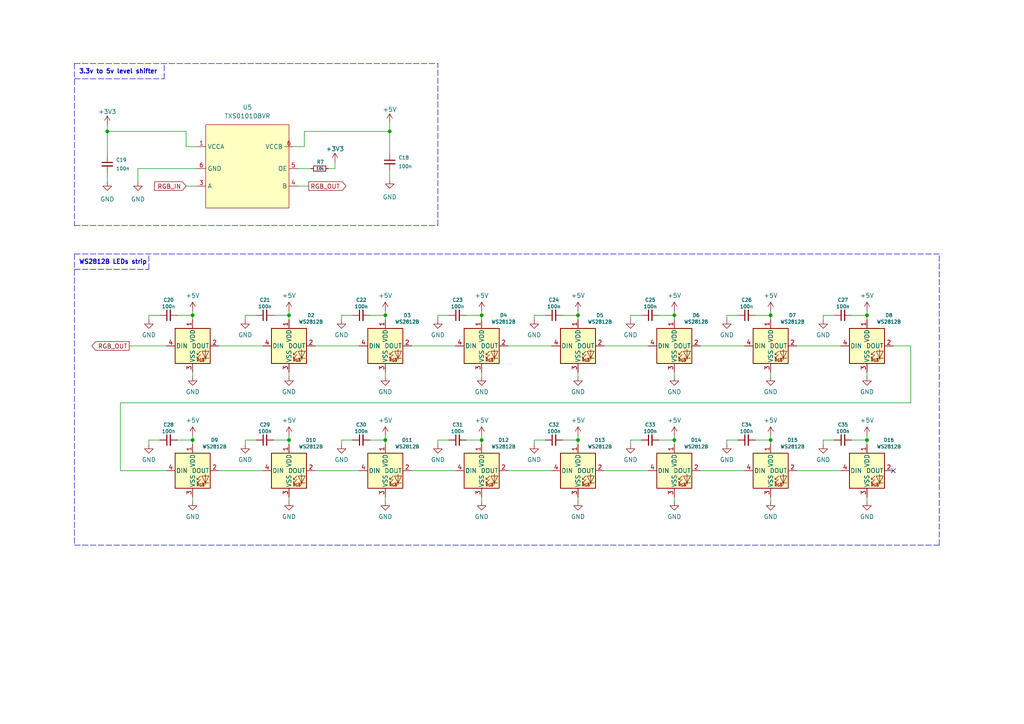
<source format=kicad_sch>
(kicad_sch (version 20211123) (generator eeschema)
  (paper "A4")
  (title_block (title "Phoenix Project No 1 - Type H") (date "2023-05-07") (rev "2") (comment 1 "Designed with love by Rico"))
  (lib_symbols
    (symbol "Device:C_Small" (pin_numbers hide) (pin_names (offset 0.254) hide)
      (property "Reference" "C" (at 0.254 1.778 0))
      (property "Value" "C_Small" (at 0.254 -2.032 0))
      (symbol "C_Small_0_1"
        (polyline (pts (xy -1.524 -0.508) (xy 1.524 -0.508)) (stroke (width 0.3302)))
        (polyline (pts (xy -1.524 0.508) (xy 1.524 0.508)) (stroke (width 0.3048)))
      )
      (symbol "C_Small_1_1"
        (pin passive line (at 0 2.54 270) (length 2.032) (name "~") (number "1"))
        (pin passive line (at 0 -2.54 90) (length 2.032) (name "~") (number "2"))
      )
    )
    (symbol "Device:R_Small" (pin_numbers hide) (pin_names (offset 0.254) hide)
      (property "Reference" "R" (at 0.762 0.508 0))
      (property "Value" "R_Small" (at 0.762 -1.016 0))
      (symbol "R_Small_0_1"
        (rectangle (start -0.762 1.778) (end 0.762 -1.778) (stroke (width 0.2032)))
      )
      (symbol "R_Small_1_1"
        (pin passive line (at 0 2.54 270) (length 0.762) (name "~") (number "1"))
        (pin passive line (at 0 -2.54 90) (length 0.762) (name "~") (number "2"))
      )
    )
    (symbol "LED:WS2812B" (pin_names (offset 0.254))
      (property "Reference" "D" (at 5.08 5.715 0))
      (property "Value" "WS2812B" (at 1.27 -5.715 0))
      (symbol "WS2812B_0_0"
        (text "RGB" (at 2.286 -4.191 0) (effects (font (size 0.762 0.762))))
      )
      (symbol "WS2812B_0_1"
        (polyline (pts (xy 1.27 -3.556) (xy 1.778 -3.556)))
        (polyline (pts (xy 1.27 -2.54) (xy 1.778 -2.54)))
        (polyline (pts (xy 4.699 -3.556) (xy 2.667 -3.556)))
        (polyline (pts (xy 2.286 -2.54) (xy 1.27 -3.556) (xy 1.27 -3.048)))
        (polyline (pts (xy 2.286 -1.524) (xy 1.27 -2.54) (xy 1.27 -2.032)))
        (polyline (pts (xy 3.683 -1.016) (xy 3.683 -3.556) (xy 3.683 -4.064)))
        (polyline (pts (xy 4.699 -1.524) (xy 2.667 -1.524) (xy 3.683 -3.556) (xy 4.699 -1.524)))
        (rectangle (start 5.08 5.08) (end -5.08 -5.08) (stroke (width 0.254)) (fill (type background)))
      )
      (symbol "WS2812B_1_1"
        (pin power_in line (at 0 7.62 270) (length 2.54) (name "VDD") (number "1"))
        (pin output line (at 7.62 0 180) (length 2.54) (name "DOUT") (number "2"))
        (pin power_in line (at 0 -7.62 90) (length 2.54) (name "VSS") (number "3"))
        (pin input line (at -7.62 0 0) (length 2.54) (name "DIN") (number "4"))
      )
    )
    (symbol "mymakercorner:TXS0101DBVR"
      (property "Reference" "U" (at 0 1.27 0))
      (property "Value" "TXS0101DBVR" (at 0 -1.27 0))
      (symbol "TXS0101DBVR_0_1"
        (rectangle (start -12.7 12.7) (end 11.43 -11.43) (fill (type background)))
      )
      (symbol "TXS0101DBVR_1_1"
        (pin power_in line (at -15.24 6.35 0) (length 2.54) (name "VCCA") (number "1"))
        (pin input line (at -15.24 -5.08 0) (length 2.54) (name "A") (number "3"))
        (pin output line (at 13.97 -5.08 180) (length 2.54) (name "B") (number "4"))
        (pin input line (at 13.97 0 180) (length 2.54) (name "OE") (number "5"))
        (pin power_in line (at -15.24 0 0) (length 2.54) (name "GND") (number "6"))
        (pin power_in line (at 12.7 6.35 180) (length 2.54) (name "VCCB") (number "6"))
      )
    )
    (symbol "power:+3V3" (power) (pin_names (offset 0))
      (property "Value" "+3V3" (at 0 3.556 0))
      (symbol "+3V3_0_1"
        (polyline (pts (xy -0.762 1.27) (xy 0 2.54)))
        (polyline (pts (xy 0 0) (xy 0 2.54)))
        (polyline (pts (xy 0 2.54) (xy 0.762 1.27)))
      )
      (symbol "+3V3_1_1"
        (pin power_in line (at 0 0 90) (length 0) hide (name "+3V3") (number "1"))
      )
    )
    (symbol "power:+5V" (power) (pin_names (offset 0))
      (property "Value" "+5V" (at 0 3.556 0))
      (symbol "+5V_0_1"
        (polyline (pts (xy -0.762 1.27) (xy 0 2.54)))
        (polyline (pts (xy 0 0) (xy 0 2.54)))
        (polyline (pts (xy 0 2.54) (xy 0.762 1.27)))
      )
      (symbol "+5V_1_1"
        (pin power_in line (at 0 0 90) (length 0) hide (name "+5V") (number "1"))
      )
    )
    (symbol "power:GND" (power) (pin_names (offset 0))
      (property "Value" "GND" (at 0 -3.81 0))
      (symbol "GND_0_1"
        (polyline (pts (xy 0 0) (xy 0 -1.27) (xy 1.27 -1.27) (xy 0 -2.54) (xy -1.27 -1.27) (xy 0 -1.27)))
      )
      (symbol "GND_1_1"
        (pin power_in line (at 0 0 270) (length 0) hide (name "GND") (number "1"))
      )
    )
  )
  (junction (at 111.76 91.44))
  (junction (at 139.7 127.635))
  (junction (at 113.03 38.1))
  (junction (at 195.58 91.44))
  (junction (at 195.58 127.635))
  (junction (at 251.46 127.635))
  (junction (at 223.52 127.635))
  (junction (at 223.52 91.44))
  (junction (at 55.88 91.44))
  (junction (at 139.7 91.44))
  (junction (at 251.46 91.44))
  (junction (at 83.82 91.44))
  (junction (at 31.115 38.1))
  (junction (at 83.82 127.635))
  (junction (at 111.76 127.635))
  (junction (at 55.88 127.635))
  (junction (at 167.64 127.635))
  (junction (at 167.64 91.44))
  (no_connect (at 259.08 136.525))
  (wire (pts (xy 219.075 127.635) (xy 223.52 127.635)))
  (wire (pts (xy 99.06 91.44) (xy 102.235 91.44)))
  (wire (pts (xy 51.435 127.635) (xy 55.88 127.635)))
  (wire (pts (xy 251.46 91.44) (xy 251.46 92.71)))
  (wire (pts (xy 63.5 100.33) (xy 76.2 100.33)))
  (wire (pts (xy 251.46 144.145) (xy 251.46 145.415)))
  (wire (pts (xy 182.88 91.44) (xy 186.055 91.44)))
  (wire (pts (xy 238.76 91.44) (xy 241.935 91.44)))
  (wire (pts (xy 99.06 127.635) (xy 102.235 127.635)))
  (wire (pts (xy 167.64 144.145) (xy 167.64 145.415)))
  (wire (pts (xy 195.58 127.635) (xy 195.58 128.905)))
  (wire (pts (xy 55.88 90.17) (xy 55.88 91.44)))
  (wire (pts (xy 83.82 90.17) (xy 83.82 91.44)))
  (wire (pts (xy 139.7 91.44) (xy 139.7 92.71)))
  (wire (pts (xy 97.155 48.895) (xy 95.25 48.895)))
  (wire (pts (xy 113.03 38.1) (xy 113.03 44.45)))
  (wire (pts (xy 53.975 38.1) (xy 31.115 38.1)))
  (wire (pts (xy 191.135 127.635) (xy 195.58 127.635)))
  (wire (pts (xy 83.82 107.95) (xy 83.82 109.22)))
  (wire (pts (xy 139.7 126.365) (xy 139.7 127.635)))
  (polyline (pts (xy 21.59 65.405) (xy 127 65.405)))
  (wire (pts (xy 57.15 48.895) (xy 40.005 48.895)))
  (wire (pts (xy 83.82 91.44) (xy 83.82 92.71)))
  (wire (pts (xy 182.88 91.44) (xy 182.88 92.71)))
  (wire (pts (xy 107.315 127.635) (xy 111.76 127.635)))
  (wire (pts (xy 154.94 91.44) (xy 158.115 91.44)))
  (wire (pts (xy 163.195 91.44) (xy 167.64 91.44)))
  (wire (pts (xy 238.76 127.635) (xy 241.935 127.635)))
  (wire (pts (xy 71.12 127.635) (xy 71.12 128.905)))
  (wire (pts (xy 55.88 91.44) (xy 55.88 92.71)))
  (wire (pts (xy 223.52 91.44) (xy 223.52 92.71)))
  (wire (pts (xy 43.18 127.635) (xy 43.18 128.905)))
  (wire (pts (xy 182.88 127.635) (xy 182.88 128.905)))
  (wire (pts (xy 55.88 127.635) (xy 55.88 128.905)))
  (wire (pts (xy 119.38 136.525) (xy 132.08 136.525)))
  (wire (pts (xy 119.38 100.33) (xy 132.08 100.33)))
  (polyline (pts (xy 21.59 158.115) (xy 272.415 158.115)))
  (wire (pts (xy 53.975 42.545) (xy 53.975 38.1)))
  (polyline (pts (xy 21.59 18.415) (xy 127 18.415)))
  (wire (pts (xy 175.26 136.525) (xy 187.96 136.525)))
  (wire (pts (xy 85.09 42.545) (xy 88.265 42.545)))
  (wire (pts (xy 31.115 36.195) (xy 31.115 38.1)))
  (wire (pts (xy 83.82 127.635) (xy 83.82 128.905)))
  (wire (pts (xy 139.7 107.95) (xy 139.7 109.22)))
  (wire (pts (xy 55.88 126.365) (xy 55.88 127.635)))
  (wire (pts (xy 40.005 48.895) (xy 40.005 52.705)))
  (wire (pts (xy 251.46 90.17) (xy 251.46 91.44)))
  (wire (pts (xy 264.16 116.84) (xy 34.925 116.84)))
  (wire (pts (xy 219.075 91.44) (xy 223.52 91.44)))
  (wire (pts (xy 55.88 144.145) (xy 55.88 145.415)))
  (wire (pts (xy 51.435 91.44) (xy 55.88 91.44)))
  (polyline (pts (xy 43.18 78.105) (xy 43.18 73.66)))
  (wire (pts (xy 53.975 53.975) (xy 57.15 53.975)))
  (wire (pts (xy 71.12 127.635) (xy 74.295 127.635)))
  (wire (pts (xy 238.76 127.635) (xy 238.76 128.905)))
  (wire (pts (xy 223.52 127.635) (xy 223.52 128.905)))
  (wire (pts (xy 86.36 48.895) (xy 90.17 48.895)))
  (wire (pts (xy 107.315 91.44) (xy 111.76 91.44)))
  (wire (pts (xy 167.64 91.44) (xy 167.64 92.71)))
  (wire (pts (xy 135.255 91.44) (xy 139.7 91.44)))
  (wire (pts (xy 79.375 127.635) (xy 83.82 127.635)))
  (polyline (pts (xy 272.415 158.115) (xy 272.415 73.66)))
  (wire (pts (xy 139.7 144.145) (xy 139.7 145.415)))
  (wire (pts (xy 43.18 127.635) (xy 46.355 127.635)))
  (polyline (pts (xy 127 65.405) (xy 127 18.415)))
  (wire (pts (xy 223.52 107.95) (xy 223.52 109.22)))
  (wire (pts (xy 231.14 136.525) (xy 243.84 136.525)))
  (wire (pts (xy 223.52 126.365) (xy 223.52 127.635)))
  (wire (pts (xy 34.925 116.84) (xy 34.925 136.525)))
  (wire (pts (xy 210.82 127.635) (xy 213.995 127.635)))
  (polyline (pts (xy 47.625 22.86) (xy 47.625 18.415)))
  (wire (pts (xy 231.14 100.33) (xy 243.84 100.33)))
  (wire (pts (xy 139.7 90.17) (xy 139.7 91.44)))
  (wire (pts (xy 135.255 127.635) (xy 139.7 127.635)))
  (wire (pts (xy 83.82 144.145) (xy 83.82 145.415)))
  (wire (pts (xy 210.82 127.635) (xy 210.82 128.905)))
  (wire (pts (xy 251.46 126.365) (xy 251.46 127.635)))
  (wire (pts (xy 99.06 91.44) (xy 99.06 92.71)))
  (wire (pts (xy 223.52 144.145) (xy 223.52 145.415)))
  (wire (pts (xy 247.015 91.44) (xy 251.46 91.44)))
  (wire (pts (xy 111.76 127.635) (xy 111.76 128.905)))
  (wire (pts (xy 167.64 90.17) (xy 167.64 91.44)))
  (wire (pts (xy 195.58 91.44) (xy 195.58 92.71)))
  (wire (pts (xy 127 91.44) (xy 130.175 91.44)))
  (wire (pts (xy 111.76 144.145) (xy 111.76 145.415)))
  (wire (pts (xy 264.16 100.33) (xy 264.16 116.84)))
  (wire (pts (xy 154.94 127.635) (xy 154.94 128.905)))
  (wire (pts (xy 113.03 35.56) (xy 113.03 38.1)))
  (wire (pts (xy 37.465 100.33) (xy 48.26 100.33)))
  (wire (pts (xy 83.82 126.365) (xy 83.82 127.635)))
  (wire (pts (xy 147.32 100.33) (xy 160.02 100.33)))
  (wire (pts (xy 182.88 127.635) (xy 186.055 127.635)))
  (wire (pts (xy 223.52 90.17) (xy 223.52 91.44)))
  (wire (pts (xy 251.46 107.95) (xy 251.46 109.22)))
  (wire (pts (xy 111.76 91.44) (xy 111.76 92.71)))
  (wire (pts (xy 55.88 107.95) (xy 55.88 109.22)))
  (wire (pts (xy 127 91.44) (xy 127 92.71)))
  (wire (pts (xy 97.155 46.99) (xy 97.155 48.895)))
  (wire (pts (xy 147.32 136.525) (xy 160.02 136.525)))
  (wire (pts (xy 210.82 91.44) (xy 210.82 92.71)))
  (wire (pts (xy 91.44 100.33) (xy 104.14 100.33)))
  (wire (pts (xy 43.18 91.44) (xy 46.355 91.44)))
  (wire (pts (xy 259.08 100.33) (xy 264.16 100.33)))
  (wire (pts (xy 203.2 136.525) (xy 215.9 136.525)))
  (wire (pts (xy 111.76 107.95) (xy 111.76 109.22)))
  (polyline (pts (xy 21.59 18.415) (xy 21.59 65.405)))
  (wire (pts (xy 251.46 127.635) (xy 251.46 128.905)))
  (wire (pts (xy 71.12 91.44) (xy 71.12 92.71)))
  (wire (pts (xy 167.64 107.95) (xy 167.64 109.22)))
  (polyline (pts (xy 21.59 73.66) (xy 273.05 73.66)))
  (wire (pts (xy 163.195 127.635) (xy 167.64 127.635)))
  (wire (pts (xy 167.64 127.635) (xy 167.64 128.905)))
  (wire (pts (xy 31.115 38.1) (xy 31.115 45.085)))
  (wire (pts (xy 127 127.635) (xy 130.175 127.635)))
  (polyline (pts (xy 21.59 73.66) (xy 21.59 158.115)))
  (wire (pts (xy 79.375 91.44) (xy 83.82 91.44)))
  (wire (pts (xy 88.265 38.1) (xy 113.03 38.1)))
  (wire (pts (xy 86.36 53.975) (xy 89.535 53.975)))
  (wire (pts (xy 63.5 136.525) (xy 76.2 136.525)))
  (wire (pts (xy 191.135 91.44) (xy 195.58 91.44)))
  (wire (pts (xy 88.265 42.545) (xy 88.265 38.1)))
  (wire (pts (xy 71.12 91.44) (xy 74.295 91.44)))
  (wire (pts (xy 210.82 91.44) (xy 213.995 91.44)))
  (wire (pts (xy 113.03 49.53) (xy 113.03 52.07)))
  (polyline (pts (xy 21.59 78.105) (xy 43.18 78.105)))
  (wire (pts (xy 175.26 100.33) (xy 187.96 100.33)))
  (wire (pts (xy 154.94 91.44) (xy 154.94 92.71)))
  (wire (pts (xy 111.76 90.17) (xy 111.76 91.44)))
  (polyline (pts (xy 21.59 22.86) (xy 47.625 22.86)))
  (wire (pts (xy 195.58 107.95) (xy 195.58 109.22)))
  (wire (pts (xy 127 127.635) (xy 127 128.905)))
  (wire (pts (xy 195.58 90.17) (xy 195.58 91.44)))
  (wire (pts (xy 34.925 136.525) (xy 48.26 136.525)))
  (wire (pts (xy 167.64 126.365) (xy 167.64 127.635)))
  (wire (pts (xy 53.975 42.545) (xy 57.15 42.545)))
  (wire (pts (xy 238.76 91.44) (xy 238.76 92.71)))
  (wire (pts (xy 43.18 91.44) (xy 43.18 92.71)))
  (wire (pts (xy 203.2 100.33) (xy 215.9 100.33)))
  (wire (pts (xy 139.7 127.635) (xy 139.7 128.905)))
  (wire (pts (xy 111.76 126.365) (xy 111.76 127.635)))
  (wire (pts (xy 195.58 144.145) (xy 195.58 145.415)))
  (wire (pts (xy 247.015 127.635) (xy 251.46 127.635)))
  (wire (pts (xy 154.94 127.635) (xy 158.115 127.635)))
  (wire (pts (xy 99.06 127.635) (xy 99.06 128.905)))
  (wire (pts (xy 91.44 136.525) (xy 104.14 136.525)))
  (wire (pts (xy 31.115 50.165) (xy 31.115 52.705)))
  (wire (pts (xy 195.58 126.365) (xy 195.58 127.635)))
  (text "WS2812B LEDs strip" (at 22.86 76.835 0) (effects (font (size 1.27 1.27) (thickness 0.254) bold) (justify left bottom)))
  (text "3.3v to 5v level shifter" (at 22.86 21.59 0) (effects (font (size 1.27 1.27) (thickness 0.254) bold) (justify left bottom)))
  (global_label "RGB_OUT" (shape output) (at 37.465 100.33 180) (property "Intersheet References" "${INTERSHEET_REFS}" (effects hide)))
  (global_label "RGB_OUT" (shape output) (at 89.535 53.975 0) (property "Intersheet References" "${INTERSHEET_REFS}" (effects hide)))
  (global_label "RGB_IN" (shape input) (at 53.975 53.975 180) (property "Intersheet References" "${INTERSHEET_REFS}" (effects hide)))
  (symbol (lib_id "Device:C_Small") (at 104.775 91.44 90) (unit 1)
    (property "Reference" "C22" (at 104.775 86.995 90) (effects (font (size 1 1))))
    (property "Value" "100n" (at 104.7813 88.9 90) (effects (font (size 1 1))))
    (property "Footprint" "mymakercorner:C_402" (effects hide))
    (property "LCSC" "C1525" (effects hide))
  )
  (symbol (lib_id "Device:C_Small") (at 244.475 127.635 90) (unit 1)
    (property "Reference" "C35" (at 244.475 123.19 90) (effects (font (size 1 1))))
    (property "Value" "100n" (at 244.4813 125.095 90) (effects (font (size 1 1))))
    (property "Footprint" "mymakercorner:C_402" (effects hide))
    (property "LCSC" "C1525" (effects hide))
  )
  (symbol (lib_id "power:GND") (at 40.005 52.705 0) (unit 1)
    (property "Reference" "#PWR039" (effects hide))
    (property "Value" "GND" (at 40.005 57.785 0))
  )
  (symbol (lib_id "power:GND") (at 83.82 109.22 0) (unit 1)
    (property "Reference" "#PWR057" (effects hide))
    (property "Value" "GND" (at 83.82 113.665 0))
  )
  (symbol (lib_id "Device:C_Small") (at 76.835 127.635 90) (unit 1)
    (property "Reference" "C29" (at 76.835 123.19 90) (effects (font (size 1 1))))
    (property "Value" "100n" (at 76.8413 125.095 90) (effects (font (size 1 1))))
    (property "Footprint" "mymakercorner:C_402" (effects hide))
    (property "LCSC" "C1525" (effects hide))
  )
  (symbol (lib_id "LED:WS2812B") (at 223.52 100.33 0) (unit 1)
    (property "Reference" "D7" (at 229.87 91.44 0) (effects (font (size 1 1))))
    (property "Value" "WS2812B" (at 229.87 93.345 0) (effects (font (size 1 1))))
    (property "Footprint" "mymakercorner:WS6812_Mini" (effects hide))
    (property "Datasheet" "https://cdn-shop.adafruit.com/datasheets/WS2812B.pdf" (effects hide))
    (property "LCSC" "C527089" (effects hide))
  )
  (symbol (lib_id "power:GND") (at 111.76 109.22 0) (unit 1)
    (property "Reference" "#PWR058" (effects hide))
    (property "Value" "GND" (at 111.76 113.665 0))
  )
  (symbol (lib_id "power:GND") (at 71.12 128.905 0) (unit 1)
    (property "Reference" "#PWR073" (effects hide))
    (property "Value" "GND" (at 71.12 133.35 0))
  )
  (symbol (lib_id "power:+3V3") (at 97.155 46.99 0) (unit 1)
    (property "Reference" "#PWR0123" (effects hide))
    (property "Value" "+3V3" (at 97.155 43.18 0))
  )
  (symbol (lib_id "LED:WS2812B") (at 251.46 100.33 0) (unit 1)
    (property "Reference" "D8" (at 257.81 91.44 0) (effects (font (size 1 1))))
    (property "Value" "WS2812B" (at 257.81 93.345 0) (effects (font (size 1 1))))
    (property "Footprint" "mymakercorner:WS6812_Mini" (effects hide))
    (property "Datasheet" "https://cdn-shop.adafruit.com/datasheets/WS2812B.pdf" (effects hide))
    (property "LCSC" "C527089" (effects hide))
  )
  (symbol (lib_id "power:+5V") (at 139.7 126.365 0) (unit 1)
    (property "Reference" "#PWR067" (effects hide))
    (property "Value" "+5V" (at 139.7 121.92 0))
  )
  (symbol (lib_id "power:+5V") (at 195.58 126.365 0) (unit 1)
    (property "Reference" "#PWR069" (effects hide))
    (property "Value" "+5V" (at 195.58 121.92 0))
  )
  (symbol (lib_id "Device:C_Small") (at 113.03 46.99 0) (unit 1)
    (property "Reference" "C18" (at 115.57 45.7262 0) (effects (font (size 1 1)) (justify left)))
    (property "Value" "100n" (at 115.57 48.2662 0) (effects (font (size 1 1)) (justify left)))
    (property "Footprint" "mymakercorner:C_402" (effects hide))
    (property "LCSC" "C1525" (effects hide))
  )
  (symbol (lib_id "power:+5V") (at 55.88 90.17 0) (unit 1)
    (property "Reference" "#PWR040" (effects hide))
    (property "Value" "+5V" (at 55.88 85.725 0))
  )
  (symbol (lib_id "LED:WS2812B") (at 195.58 136.525 0) (unit 1)
    (property "Reference" "D14" (at 201.93 127.635 0) (effects (font (size 1 1))))
    (property "Value" "WS2812B" (at 201.93 129.54 0) (effects (font (size 1 1))))
    (property "Footprint" "mymakercorner:WS6812_Mini" (effects hide))
    (property "Datasheet" "https://cdn-shop.adafruit.com/datasheets/WS2812B.pdf" (effects hide))
    (property "LCSC" "C527089" (effects hide))
  )
  (symbol (lib_id "power:GND") (at 43.18 92.71 0) (unit 1)
    (property "Reference" "#PWR048" (effects hide))
    (property "Value" "GND" (at 43.18 97.155 0))
  )
  (symbol (lib_id "Device:C_Small") (at 104.775 127.635 90) (unit 1)
    (property "Reference" "C30" (at 104.775 123.19 90) (effects (font (size 1 1))))
    (property "Value" "100n" (at 104.7813 125.095 90) (effects (font (size 1 1))))
    (property "Footprint" "mymakercorner:C_402" (effects hide))
    (property "LCSC" "C1525" (effects hide))
  )
  (symbol (lib_id "Device:C_Small") (at 216.535 91.44 90) (unit 1)
    (property "Reference" "C26" (at 216.535 86.995 90) (effects (font (size 1 1))))
    (property "Value" "100n" (at 216.5413 88.9 90) (effects (font (size 1 1))))
    (property "Footprint" "mymakercorner:C_402" (effects hide))
    (property "LCSC" "C1525" (effects hide))
  )
  (symbol (lib_id "LED:WS2812B") (at 111.76 136.525 0) (unit 1)
    (property "Reference" "D11" (at 118.11 127.635 0) (effects (font (size 1 1))))
    (property "Value" "WS2812B" (at 118.11 129.54 0) (effects (font (size 1 1))))
    (property "Footprint" "mymakercorner:WS6812_Mini" (effects hide))
    (property "Datasheet" "https://cdn-shop.adafruit.com/datasheets/WS2812B.pdf" (effects hide))
    (property "LCSC" "C527089" (effects hide))
  )
  (symbol (lib_id "LED:WS2812B") (at 251.46 136.525 0) (unit 1)
    (property "Reference" "D16" (at 257.81 127.635 0) (effects (font (size 1 1))))
    (property "Value" "WS2812B" (at 257.81 129.54 0) (effects (font (size 1 1))))
    (property "Footprint" "mymakercorner:WS6812_Mini" (effects hide))
    (property "Datasheet" "https://cdn-shop.adafruit.com/datasheets/WS2812B.pdf" (effects hide))
    (property "LCSC" "C527089" (effects hide))
  )
  (symbol (lib_id "power:GND") (at 238.76 92.71 0) (unit 1)
    (property "Reference" "#PWR055" (effects hide))
    (property "Value" "GND" (at 238.76 97.155 0))
  )
  (symbol (lib_id "LED:WS2812B") (at 83.82 136.525 0) (unit 1)
    (property "Reference" "D10" (at 90.17 127.635 0) (effects (font (size 1 1))))
    (property "Value" "WS2812B" (at 90.17 129.54 0) (effects (font (size 1 1))))
    (property "Footprint" "mymakercorner:WS6812_Mini" (effects hide))
    (property "Datasheet" "https://cdn-shop.adafruit.com/datasheets/WS2812B.pdf" (effects hide))
    (property "LCSC" "C527089" (effects hide))
  )
  (symbol (lib_id "Device:C_Small") (at 31.115 47.625 0) (unit 1)
    (property "Reference" "C19" (at 33.655 46.3612 0) (effects (font (size 1 1)) (justify left)))
    (property "Value" "100n" (at 33.655 48.9012 0) (effects (font (size 1 1)) (justify left)))
    (property "Footprint" "mymakercorner:C_402" (effects hide))
    (property "LCSC" "C1525" (effects hide))
  )
  (symbol (lib_id "power:GND") (at 182.88 128.905 0) (unit 1)
    (property "Reference" "#PWR077" (effects hide))
    (property "Value" "GND" (at 182.88 133.35 0))
  )
  (symbol (lib_id "Device:C_Small") (at 188.595 91.44 90) (unit 1)
    (property "Reference" "C25" (at 188.595 86.995 90) (effects (font (size 1 1))))
    (property "Value" "100n" (at 188.6013 88.9 90) (effects (font (size 1 1))))
    (property "Footprint" "mymakercorner:C_402" (effects hide))
    (property "LCSC" "C1525" (effects hide))
  )
  (symbol (lib_id "power:GND") (at 223.52 145.415 0) (unit 1)
    (property "Reference" "#PWR086" (effects hide))
    (property "Value" "GND" (at 223.52 149.86 0))
  )
  (symbol (lib_id "power:+5V") (at 223.52 126.365 0) (unit 1)
    (property "Reference" "#PWR070" (effects hide))
    (property "Value" "+5V" (at 223.52 121.92 0))
  )
  (symbol (lib_id "power:+5V") (at 83.82 126.365 0) (unit 1)
    (property "Reference" "#PWR065" (effects hide))
    (property "Value" "+5V" (at 83.82 121.92 0))
  )
  (symbol (lib_id "power:+5V") (at 251.46 126.365 0) (unit 1)
    (property "Reference" "#PWR071" (effects hide))
    (property "Value" "+5V" (at 251.46 121.92 0))
  )
  (symbol (lib_id "LED:WS2812B") (at 55.88 136.525 0) (unit 1)
    (property "Reference" "D9" (at 62.23 127.635 0) (effects (font (size 1 1))))
    (property "Value" "WS2812B" (at 62.23 129.54 0) (effects (font (size 1 1))))
    (property "Footprint" "mymakercorner:WS6812_Mini" (effects hide))
    (property "Datasheet" "https://cdn-shop.adafruit.com/datasheets/WS2812B.pdf" (effects hide))
    (property "LCSC" "C527089" (effects hide))
  )
  (symbol (lib_id "Device:C_Small") (at 48.895 91.44 90) (unit 1)
    (property "Reference" "C20" (at 48.895 86.995 90) (effects (font (size 1 1))))
    (property "Value" "100n" (at 48.9013 88.9 90) (effects (font (size 1 1))))
    (property "Footprint" "mymakercorner:C_402" (effects hide))
    (property "LCSC" "C1525" (effects hide))
  )
  (symbol (lib_id "power:+5V") (at 195.58 90.17 0) (unit 1)
    (property "Reference" "#PWR045" (effects hide))
    (property "Value" "+5V" (at 195.58 85.725 0))
  )
  (symbol (lib_id "power:+5V") (at 223.52 90.17 0) (unit 1)
    (property "Reference" "#PWR046" (effects hide))
    (property "Value" "+5V" (at 223.52 85.725 0))
  )
  (symbol (lib_id "power:GND") (at 139.7 109.22 0) (unit 1)
    (property "Reference" "#PWR059" (effects hide))
    (property "Value" "GND" (at 139.7 113.665 0))
  )
  (symbol (lib_id "Device:C_Small") (at 48.895 127.635 90) (unit 1)
    (property "Reference" "C28" (at 48.895 123.19 90) (effects (font (size 1 1))))
    (property "Value" "100n" (at 48.9013 125.095 90) (effects (font (size 1 1))))
    (property "Footprint" "mymakercorner:C_402" (effects hide))
    (property "LCSC" "C1525" (effects hide))
  )
  (symbol (lib_id "power:+5V") (at 55.88 126.365 0) (unit 1)
    (property "Reference" "#PWR064" (effects hide))
    (property "Value" "+5V" (at 55.88 121.92 0))
  )
  (symbol (lib_id "power:+5V") (at 111.76 126.365 0) (unit 1)
    (property "Reference" "#PWR066" (effects hide))
    (property "Value" "+5V" (at 111.76 121.92 0))
  )
  (symbol (lib_id "power:+5V") (at 113.03 35.56 0) (unit 1)
    (property "Reference" "#PWR034" (effects hide))
    (property "Value" "+5V" (at 113.03 31.75 0))
  )
  (symbol (lib_id "power:GND") (at 55.88 145.415 0) (unit 1)
    (property "Reference" "#PWR080" (effects hide))
    (property "Value" "GND" (at 55.88 149.86 0))
  )
  (symbol (lib_id "power:+3V3") (at 31.115 36.195 0) (unit 1)
    (property "Reference" "#PWR0122" (effects hide))
    (property "Value" "+3V3" (at 31.115 32.385 0))
  )
  (symbol (lib_id "power:+5V") (at 167.64 126.365 0) (unit 1)
    (property "Reference" "#PWR068" (effects hide))
    (property "Value" "+5V" (at 167.64 121.92 0))
  )
  (symbol (lib_id "power:GND") (at 43.18 128.905 0) (unit 1)
    (property "Reference" "#PWR072" (effects hide))
    (property "Value" "GND" (at 43.18 133.35 0))
  )
  (symbol (lib_id "Device:C_Small") (at 160.655 127.635 90) (unit 1)
    (property "Reference" "C32" (at 160.655 123.19 90) (effects (font (size 1 1))))
    (property "Value" "100n" (at 160.6613 125.095 90) (effects (font (size 1 1))))
    (property "Footprint" "mymakercorner:C_402" (effects hide))
    (property "LCSC" "C1525" (effects hide))
  )
  (symbol (lib_id "power:GND") (at 139.7 145.415 0) (unit 1)
    (property "Reference" "#PWR083" (effects hide))
    (property "Value" "GND" (at 139.7 149.86 0))
  )
  (symbol (lib_id "power:+5V") (at 83.82 90.17 0) (unit 1)
    (property "Reference" "#PWR041" (effects hide))
    (property "Value" "+5V" (at 83.82 85.725 0))
  )
  (symbol (lib_id "power:GND") (at 210.82 92.71 0) (unit 1)
    (property "Reference" "#PWR054" (effects hide))
    (property "Value" "GND" (at 210.82 97.155 0))
  )
  (symbol (lib_id "LED:WS2812B") (at 55.88 100.33 0) (unit 1)
    (property "Reference" "D1" (effects hide))
    (property "Value" "WS2812B" (effects hide))
    (property "Footprint" "mymakercorner:WS6812_Mini" (effects hide))
    (property "Datasheet" "https://cdn-shop.adafruit.com/datasheets/WS2812B.pdf" (effects hide))
    (property "LCSC" "C527089" (effects hide))
  )
  (symbol (lib_id "power:GND") (at 99.06 128.905 0) (unit 1)
    (property "Reference" "#PWR074" (effects hide))
    (property "Value" "GND" (at 99.06 133.35 0))
  )
  (symbol (lib_id "LED:WS2812B") (at 167.64 136.525 0) (unit 1)
    (property "Reference" "D13" (at 173.99 127.635 0) (effects (font (size 1 1))))
    (property "Value" "WS2812B" (at 173.99 129.54 0) (effects (font (size 1 1))))
    (property "Footprint" "mymakercorner:WS6812_Mini" (effects hide))
    (property "Datasheet" "https://cdn-shop.adafruit.com/datasheets/WS2812B.pdf" (effects hide))
    (property "LCSC" "C527089" (effects hide))
  )
  (symbol (lib_id "power:GND") (at 154.94 92.71 0) (unit 1)
    (property "Reference" "#PWR052" (effects hide))
    (property "Value" "GND" (at 154.94 97.155 0))
  )
  (symbol (lib_id "power:+5V") (at 111.76 90.17 0) (unit 1)
    (property "Reference" "#PWR042" (effects hide))
    (property "Value" "+5V" (at 111.76 85.725 0))
  )
  (symbol (lib_id "LED:WS2812B") (at 195.58 100.33 0) (unit 1)
    (property "Reference" "D6" (at 201.93 91.44 0) (effects (font (size 1 1))))
    (property "Value" "WS2812B" (at 201.93 93.345 0) (effects (font (size 1 1))))
    (property "Footprint" "mymakercorner:WS6812_Mini" (effects hide))
    (property "Datasheet" "https://cdn-shop.adafruit.com/datasheets/WS2812B.pdf" (effects hide))
    (property "LCSC" "C527089" (effects hide))
  )
  (symbol (lib_id "power:+5V") (at 251.46 90.17 0) (unit 1)
    (property "Reference" "#PWR047" (effects hide))
    (property "Value" "+5V" (at 251.46 85.725 0))
  )
  (symbol (lib_id "LED:WS2812B") (at 223.52 136.525 0) (unit 1)
    (property "Reference" "D15" (at 229.87 127.635 0) (effects (font (size 1 1))))
    (property "Value" "WS2812B" (at 229.87 129.54 0) (effects (font (size 1 1))))
    (property "Footprint" "mymakercorner:WS6812_Mini" (effects hide))
    (property "Datasheet" "https://cdn-shop.adafruit.com/datasheets/WS2812B.pdf" (effects hide))
    (property "LCSC" "C527089" (effects hide))
  )
  (symbol (lib_id "power:+5V") (at 139.7 90.17 0) (unit 1)
    (property "Reference" "#PWR043" (effects hide))
    (property "Value" "+5V" (at 139.7 85.725 0))
  )
  (symbol (lib_id "power:GND") (at 251.46 109.22 0) (unit 1)
    (property "Reference" "#PWR063" (effects hide))
    (property "Value" "GND" (at 251.46 113.665 0))
  )
  (symbol (lib_id "power:GND") (at 154.94 128.905 0) (unit 1)
    (property "Reference" "#PWR076" (effects hide))
    (property "Value" "GND" (at 154.94 133.35 0))
  )
  (symbol (lib_id "power:GND") (at 238.76 128.905 0) (unit 1)
    (property "Reference" "#PWR079" (effects hide))
    (property "Value" "GND" (at 238.76 133.35 0))
  )
  (symbol (lib_id "power:GND") (at 55.88 109.22 0) (unit 1)
    (property "Reference" "#PWR056" (effects hide))
    (property "Value" "GND" (at 55.88 113.665 0))
  )
  (symbol (lib_id "power:GND") (at 167.64 109.22 0) (unit 1)
    (property "Reference" "#PWR060" (effects hide))
    (property "Value" "GND" (at 167.64 113.665 0))
  )
  (symbol (lib_id "power:GND") (at 182.88 92.71 0) (unit 1)
    (property "Reference" "#PWR053" (effects hide))
    (property "Value" "GND" (at 182.88 97.155 0))
  )
  (symbol (lib_id "power:GND") (at 83.82 145.415 0) (unit 1)
    (property "Reference" "#PWR081" (effects hide))
    (property "Value" "GND" (at 83.82 149.86 0))
  )
  (symbol (lib_id "power:GND") (at 251.46 145.415 0) (unit 1)
    (property "Reference" "#PWR087" (effects hide))
    (property "Value" "GND" (at 251.46 149.86 0))
  )
  (symbol (lib_id "Device:R_Small") (at 92.71 48.895 270) (unit 1)
    (property "Reference" "R7" (at 93.98 46.99 90) (effects (font (size 1 1)) (justify right)))
    (property "Value" "10k" (at 93.98 48.895 90) (effects (font (size 0.8 0.8)) (justify right)))
    (property "Footprint" "mymakercorner:R_402" (effects hide))
    (property "LCSC" "C25744" (effects hide))
  )
  (symbol (lib_id "LED:WS2812B") (at 83.82 100.33 0) (unit 1)
    (property "Reference" "D2" (at 90.17 91.44 0) (effects (font (size 1 1))))
    (property "Value" "WS2812B" (at 90.17 93.345 0) (effects (font (size 1 1))))
    (property "Footprint" "mymakercorner:WS6812_Mini" (effects hide))
    (property "Datasheet" "https://cdn-shop.adafruit.com/datasheets/WS2812B.pdf" (effects hide))
    (property "LCSC" "C527089" (effects hide))
  )
  (symbol (lib_id "power:GND") (at 210.82 128.905 0) (unit 1)
    (property "Reference" "#PWR078" (effects hide))
    (property "Value" "GND" (at 210.82 133.35 0))
  )
  (symbol (lib_id "power:GND") (at 195.58 145.415 0) (unit 1)
    (property "Reference" "#PWR085" (effects hide))
    (property "Value" "GND" (at 195.58 149.86 0))
  )
  (symbol (lib_id "Device:C_Small") (at 244.475 91.44 90) (unit 1)
    (property "Reference" "C27" (at 244.475 86.995 90) (effects (font (size 1 1))))
    (property "Value" "100n" (at 244.4813 88.9 90) (effects (font (size 1 1))))
    (property "Footprint" "mymakercorner:C_402" (effects hide))
    (property "LCSC" "C1525" (effects hide))
  )
  (symbol (lib_id "power:GND") (at 223.52 109.22 0) (unit 1)
    (property "Reference" "#PWR062" (effects hide))
    (property "Value" "GND" (at 223.52 113.665 0))
  )
  (symbol (lib_id "LED:WS2812B") (at 111.76 100.33 0) (unit 1)
    (property "Reference" "D3" (at 118.11 91.44 0) (effects (font (size 1 1))))
    (property "Value" "WS2812B" (at 118.11 93.345 0) (effects (font (size 1 1))))
    (property "Footprint" "mymakercorner:WS6812_Mini" (effects hide))
    (property "Datasheet" "https://cdn-shop.adafruit.com/datasheets/WS2812B.pdf" (effects hide))
    (property "LCSC" "C527089" (effects hide))
  )
  (symbol (lib_id "power:GND") (at 195.58 109.22 0) (unit 1)
    (property "Reference" "#PWR061" (effects hide))
    (property "Value" "GND" (at 195.58 113.665 0))
  )
  (symbol (lib_id "Device:C_Small") (at 132.715 127.635 90) (unit 1)
    (property "Reference" "C31" (at 132.715 123.19 90) (effects (font (size 1 1))))
    (property "Value" "100n" (at 132.7213 125.095 90) (effects (font (size 1 1))))
    (property "Footprint" "mymakercorner:C_402" (effects hide))
    (property "LCSC" "C1525" (effects hide))
  )
  (symbol (lib_id "mymakercorner:TXS0101DBVR") (at 72.39 48.895 0) (unit 1)
    (property "Reference" "U5" (at 71.755 31.115 0))
    (property "Value" "TXS0101DBVR" (at 71.755 33.655 0))
    (property "Footprint" "mymakercorner:SOT-23-6" (effects hide))
    (property "Datasheet" "https://www.ti.com/lit/ds/symlink/txs0101.pdf" (effects hide))
    (property "LCSC" "C132604" (effects hide))
  )
  (symbol (lib_id "power:GND") (at 167.64 145.415 0) (unit 1)
    (property "Reference" "#PWR084" (effects hide))
    (property "Value" "GND" (at 167.64 149.86 0))
  )
  (symbol (lib_id "power:GND") (at 127 92.71 0) (unit 1)
    (property "Reference" "#PWR051" (effects hide))
    (property "Value" "GND" (at 127 97.155 0))
  )
  (symbol (lib_id "power:+5V") (at 167.64 90.17 0) (unit 1)
    (property "Reference" "#PWR044" (effects hide))
    (property "Value" "+5V" (at 167.64 85.725 0))
  )
  (symbol (lib_id "power:GND") (at 113.03 52.07 0) (unit 1)
    (property "Reference" "#PWR037" (effects hide))
    (property "Value" "GND" (at 113.03 57.15 0))
  )
  (symbol (lib_id "LED:WS2812B") (at 139.7 136.525 0) (unit 1)
    (property "Reference" "D12" (at 146.05 127.635 0) (effects (font (size 1 1))))
    (property "Value" "WS2812B" (at 146.05 129.54 0) (effects (font (size 1 1))))
    (property "Footprint" "mymakercorner:WS6812_Mini" (effects hide))
    (property "Datasheet" "https://cdn-shop.adafruit.com/datasheets/WS2812B.pdf" (effects hide))
    (property "LCSC" "C527089" (effects hide))
  )
  (symbol (lib_id "power:GND") (at 127 128.905 0) (unit 1)
    (property "Reference" "#PWR075" (effects hide))
    (property "Value" "GND" (at 127 133.35 0))
  )
  (symbol (lib_id "LED:WS2812B") (at 139.7 100.33 0) (unit 1)
    (property "Reference" "D4" (at 146.05 91.44 0) (effects (font (size 1 1))))
    (property "Value" "WS2812B" (at 146.05 93.345 0) (effects (font (size 1 1))))
    (property "Footprint" "mymakercorner:WS6812_Mini" (effects hide))
    (property "Datasheet" "https://cdn-shop.adafruit.com/datasheets/WS2812B.pdf" (effects hide))
    (property "LCSC" "C527089" (effects hide))
  )
  (symbol (lib_id "Device:C_Small") (at 188.595 127.635 90) (unit 1)
    (property "Reference" "C33" (at 188.595 123.19 90) (effects (font (size 1 1))))
    (property "Value" "100n" (at 188.6013 125.095 90) (effects (font (size 1 1))))
    (property "Footprint" "mymakercorner:C_402" (effects hide))
    (property "LCSC" "C1525" (effects hide))
  )
  (symbol (lib_id "power:GND") (at 111.76 145.415 0) (unit 1)
    (property "Reference" "#PWR082" (effects hide))
    (property "Value" "GND" (at 111.76 149.86 0))
  )
  (symbol (lib_id "LED:WS2812B") (at 167.64 100.33 0) (unit 1)
    (property "Reference" "D5" (at 173.99 91.44 0) (effects (font (size 1 1))))
    (property "Value" "WS2812B" (at 173.99 93.345 0) (effects (font (size 1 1))))
    (property "Footprint" "mymakercorner:WS6812_Mini" (effects hide))
    (property "Datasheet" "https://cdn-shop.adafruit.com/datasheets/WS2812B.pdf" (effects hide))
    (property "LCSC" "C527089" (effects hide))
  )
  (symbol (lib_id "Device:C_Small") (at 132.715 91.44 90) (unit 1)
    (property "Reference" "C23" (at 132.715 86.995 90) (effects (font (size 1 1))))
    (property "Value" "100n" (at 132.7213 88.9 90) (effects (font (size 1 1))))
    (property "Footprint" "mymakercorner:C_402" (effects hide))
    (property "LCSC" "C1525" (effects hide))
  )
  (symbol (lib_id "power:GND") (at 31.115 52.705 0) (unit 1)
    (property "Reference" "#PWR038" (effects hide))
    (property "Value" "GND" (at 31.115 57.785 0))
  )
  (symbol (lib_id "power:GND") (at 99.06 92.71 0) (unit 1)
    (property "Reference" "#PWR050" (effects hide))
    (property "Value" "GND" (at 99.06 97.155 0))
  )
  (symbol (lib_id "Device:C_Small") (at 216.535 127.635 90) (unit 1)
    (property "Reference" "C34" (at 216.535 123.19 90) (effects (font (size 1 1))))
    (property "Value" "100n" (at 216.5413 125.095 90) (effects (font (size 1 1))))
    (property "Footprint" "mymakercorner:C_402" (effects hide))
    (property "LCSC" "C1525" (effects hide))
  )
  (symbol (lib_id "Device:C_Small") (at 160.655 91.44 90) (unit 1)
    (property "Reference" "C24" (at 160.655 86.995 90) (effects (font (size 1 1))))
    (property "Value" "100n" (at 160.6613 88.9 90) (effects (font (size 1 1))))
    (property "Footprint" "mymakercorner:C_402" (effects hide))
    (property "LCSC" "C1525" (effects hide))
  )
  (symbol (lib_id "power:GND") (at 71.12 92.71 0) (unit 1)
    (property "Reference" "#PWR049" (effects hide))
    (property "Value" "GND" (at 71.12 97.155 0))
  )
  (symbol (lib_id "Device:C_Small") (at 76.835 91.44 90) (unit 1)
    (property "Reference" "C21" (at 76.835 86.995 90) (effects (font (size 1 1))))
    (property "Value" "100n" (at 76.8413 88.9 90) (effects (font (size 1 1))))
    (property "Footprint" "mymakercorner:C_402" (effects hide))
    (property "LCSC" "C1525" (effects hide))
  )
)
</source>
